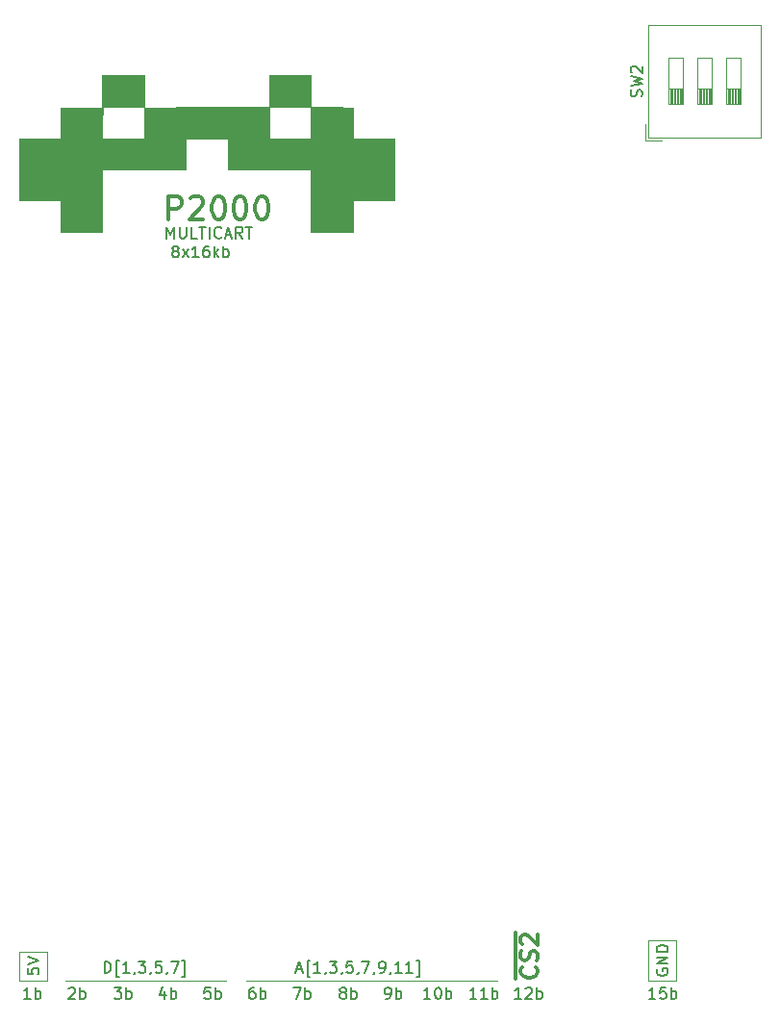
<source format=gbr>
G04 #@! TF.GenerationSoftware,KiCad,Pcbnew,8.0.2*
G04 #@! TF.CreationDate,2025-01-27T22:20:44+01:00*
G04 #@! TF.ProjectId,multicartridge-sst39sf010-topbutton,6d756c74-6963-4617-9274-72696467652d,rev?*
G04 #@! TF.SameCoordinates,Original*
G04 #@! TF.FileFunction,Legend,Top*
G04 #@! TF.FilePolarity,Positive*
%FSLAX46Y46*%
G04 Gerber Fmt 4.6, Leading zero omitted, Abs format (unit mm)*
G04 Created by KiCad (PCBNEW 8.0.2) date 2025-01-27 22:20:44*
%MOMM*%
%LPD*%
G01*
G04 APERTURE LIST*
%ADD10C,0.120000*%
%ADD11C,0.150000*%
%ADD12C,0.300000*%
%ADD13C,0.000000*%
%ADD14C,0.100000*%
%ADD15O,1.600000X1.600000*%
%ADD16R,1.600000X1.600000*%
%ADD17C,1.500000*%
%ADD18C,2.200000*%
%ADD19C,1.700000*%
%ADD20C,1.600000*%
%ADD21R,2.000000X10.000000*%
%ADD22R,1.422400X1.422400*%
%ADD23C,1.422400*%
G04 APERTURE END LIST*
D10*
X54214000Y-128905000D02*
X54214000Y-131445000D01*
X109586000Y-131445000D02*
X111999000Y-131445000D01*
X109586000Y-127889000D02*
X109586000Y-131445000D01*
X74153000Y-131445000D02*
X96251000Y-131445000D01*
X58278000Y-131445000D02*
X72375000Y-131445000D01*
X111999000Y-131445000D02*
X111999000Y-127889000D01*
X56627000Y-131445000D02*
X56627000Y-128905000D01*
X111999000Y-127889000D02*
X109586000Y-127889000D01*
X54214000Y-131445000D02*
X56627000Y-131445000D01*
X56627000Y-128905000D02*
X54214000Y-128905000D01*
D11*
X86464143Y-133042819D02*
X86654619Y-133042819D01*
X86654619Y-133042819D02*
X86749857Y-132995200D01*
X86749857Y-132995200D02*
X86797476Y-132947580D01*
X86797476Y-132947580D02*
X86892714Y-132804723D01*
X86892714Y-132804723D02*
X86940333Y-132614247D01*
X86940333Y-132614247D02*
X86940333Y-132233295D01*
X86940333Y-132233295D02*
X86892714Y-132138057D01*
X86892714Y-132138057D02*
X86845095Y-132090438D01*
X86845095Y-132090438D02*
X86749857Y-132042819D01*
X86749857Y-132042819D02*
X86559381Y-132042819D01*
X86559381Y-132042819D02*
X86464143Y-132090438D01*
X86464143Y-132090438D02*
X86416524Y-132138057D01*
X86416524Y-132138057D02*
X86368905Y-132233295D01*
X86368905Y-132233295D02*
X86368905Y-132471390D01*
X86368905Y-132471390D02*
X86416524Y-132566628D01*
X86416524Y-132566628D02*
X86464143Y-132614247D01*
X86464143Y-132614247D02*
X86559381Y-132661866D01*
X86559381Y-132661866D02*
X86749857Y-132661866D01*
X86749857Y-132661866D02*
X86845095Y-132614247D01*
X86845095Y-132614247D02*
X86892714Y-132566628D01*
X86892714Y-132566628D02*
X86940333Y-132471390D01*
X87368905Y-133042819D02*
X87368905Y-132042819D01*
X87368905Y-132423771D02*
X87464143Y-132376152D01*
X87464143Y-132376152D02*
X87654619Y-132376152D01*
X87654619Y-132376152D02*
X87749857Y-132423771D01*
X87749857Y-132423771D02*
X87797476Y-132471390D01*
X87797476Y-132471390D02*
X87845095Y-132566628D01*
X87845095Y-132566628D02*
X87845095Y-132852342D01*
X87845095Y-132852342D02*
X87797476Y-132947580D01*
X87797476Y-132947580D02*
X87749857Y-132995200D01*
X87749857Y-132995200D02*
X87654619Y-133042819D01*
X87654619Y-133042819D02*
X87464143Y-133042819D01*
X87464143Y-133042819D02*
X87368905Y-132995200D01*
X74907095Y-132042819D02*
X74716619Y-132042819D01*
X74716619Y-132042819D02*
X74621381Y-132090438D01*
X74621381Y-132090438D02*
X74573762Y-132138057D01*
X74573762Y-132138057D02*
X74478524Y-132280914D01*
X74478524Y-132280914D02*
X74430905Y-132471390D01*
X74430905Y-132471390D02*
X74430905Y-132852342D01*
X74430905Y-132852342D02*
X74478524Y-132947580D01*
X74478524Y-132947580D02*
X74526143Y-132995200D01*
X74526143Y-132995200D02*
X74621381Y-133042819D01*
X74621381Y-133042819D02*
X74811857Y-133042819D01*
X74811857Y-133042819D02*
X74907095Y-132995200D01*
X74907095Y-132995200D02*
X74954714Y-132947580D01*
X74954714Y-132947580D02*
X75002333Y-132852342D01*
X75002333Y-132852342D02*
X75002333Y-132614247D01*
X75002333Y-132614247D02*
X74954714Y-132519009D01*
X74954714Y-132519009D02*
X74907095Y-132471390D01*
X74907095Y-132471390D02*
X74811857Y-132423771D01*
X74811857Y-132423771D02*
X74621381Y-132423771D01*
X74621381Y-132423771D02*
X74526143Y-132471390D01*
X74526143Y-132471390D02*
X74478524Y-132519009D01*
X74478524Y-132519009D02*
X74430905Y-132614247D01*
X75430905Y-133042819D02*
X75430905Y-132042819D01*
X75430905Y-132423771D02*
X75526143Y-132376152D01*
X75526143Y-132376152D02*
X75716619Y-132376152D01*
X75716619Y-132376152D02*
X75811857Y-132423771D01*
X75811857Y-132423771D02*
X75859476Y-132471390D01*
X75859476Y-132471390D02*
X75907095Y-132566628D01*
X75907095Y-132566628D02*
X75907095Y-132852342D01*
X75907095Y-132852342D02*
X75859476Y-132947580D01*
X75859476Y-132947580D02*
X75811857Y-132995200D01*
X75811857Y-132995200D02*
X75716619Y-133042819D01*
X75716619Y-133042819D02*
X75526143Y-133042819D01*
X75526143Y-133042819D02*
X75430905Y-132995200D01*
X82622381Y-132471390D02*
X82527143Y-132423771D01*
X82527143Y-132423771D02*
X82479524Y-132376152D01*
X82479524Y-132376152D02*
X82431905Y-132280914D01*
X82431905Y-132280914D02*
X82431905Y-132233295D01*
X82431905Y-132233295D02*
X82479524Y-132138057D01*
X82479524Y-132138057D02*
X82527143Y-132090438D01*
X82527143Y-132090438D02*
X82622381Y-132042819D01*
X82622381Y-132042819D02*
X82812857Y-132042819D01*
X82812857Y-132042819D02*
X82908095Y-132090438D01*
X82908095Y-132090438D02*
X82955714Y-132138057D01*
X82955714Y-132138057D02*
X83003333Y-132233295D01*
X83003333Y-132233295D02*
X83003333Y-132280914D01*
X83003333Y-132280914D02*
X82955714Y-132376152D01*
X82955714Y-132376152D02*
X82908095Y-132423771D01*
X82908095Y-132423771D02*
X82812857Y-132471390D01*
X82812857Y-132471390D02*
X82622381Y-132471390D01*
X82622381Y-132471390D02*
X82527143Y-132519009D01*
X82527143Y-132519009D02*
X82479524Y-132566628D01*
X82479524Y-132566628D02*
X82431905Y-132661866D01*
X82431905Y-132661866D02*
X82431905Y-132852342D01*
X82431905Y-132852342D02*
X82479524Y-132947580D01*
X82479524Y-132947580D02*
X82527143Y-132995200D01*
X82527143Y-132995200D02*
X82622381Y-133042819D01*
X82622381Y-133042819D02*
X82812857Y-133042819D01*
X82812857Y-133042819D02*
X82908095Y-132995200D01*
X82908095Y-132995200D02*
X82955714Y-132947580D01*
X82955714Y-132947580D02*
X83003333Y-132852342D01*
X83003333Y-132852342D02*
X83003333Y-132661866D01*
X83003333Y-132661866D02*
X82955714Y-132566628D01*
X82955714Y-132566628D02*
X82908095Y-132519009D01*
X82908095Y-132519009D02*
X82812857Y-132471390D01*
X83431905Y-133042819D02*
X83431905Y-132042819D01*
X83431905Y-132423771D02*
X83527143Y-132376152D01*
X83527143Y-132376152D02*
X83717619Y-132376152D01*
X83717619Y-132376152D02*
X83812857Y-132423771D01*
X83812857Y-132423771D02*
X83860476Y-132471390D01*
X83860476Y-132471390D02*
X83908095Y-132566628D01*
X83908095Y-132566628D02*
X83908095Y-132852342D01*
X83908095Y-132852342D02*
X83860476Y-132947580D01*
X83860476Y-132947580D02*
X83812857Y-132995200D01*
X83812857Y-132995200D02*
X83717619Y-133042819D01*
X83717619Y-133042819D02*
X83527143Y-133042819D01*
X83527143Y-133042819D02*
X83431905Y-132995200D01*
X67033095Y-132376152D02*
X67033095Y-133042819D01*
X66795000Y-131995200D02*
X66556905Y-132709485D01*
X66556905Y-132709485D02*
X67175952Y-132709485D01*
X67556905Y-133042819D02*
X67556905Y-132042819D01*
X67556905Y-132423771D02*
X67652143Y-132376152D01*
X67652143Y-132376152D02*
X67842619Y-132376152D01*
X67842619Y-132376152D02*
X67937857Y-132423771D01*
X67937857Y-132423771D02*
X67985476Y-132471390D01*
X67985476Y-132471390D02*
X68033095Y-132566628D01*
X68033095Y-132566628D02*
X68033095Y-132852342D01*
X68033095Y-132852342D02*
X67985476Y-132947580D01*
X67985476Y-132947580D02*
X67937857Y-132995200D01*
X67937857Y-132995200D02*
X67842619Y-133042819D01*
X67842619Y-133042819D02*
X67652143Y-133042819D01*
X67652143Y-133042819D02*
X67556905Y-132995200D01*
X55190333Y-133042819D02*
X54618905Y-133042819D01*
X54904619Y-133042819D02*
X54904619Y-132042819D01*
X54904619Y-132042819D02*
X54809381Y-132185676D01*
X54809381Y-132185676D02*
X54714143Y-132280914D01*
X54714143Y-132280914D02*
X54618905Y-132328533D01*
X55618905Y-133042819D02*
X55618905Y-132042819D01*
X55618905Y-132423771D02*
X55714143Y-132376152D01*
X55714143Y-132376152D02*
X55904619Y-132376152D01*
X55904619Y-132376152D02*
X55999857Y-132423771D01*
X55999857Y-132423771D02*
X56047476Y-132471390D01*
X56047476Y-132471390D02*
X56095095Y-132566628D01*
X56095095Y-132566628D02*
X56095095Y-132852342D01*
X56095095Y-132852342D02*
X56047476Y-132947580D01*
X56047476Y-132947580D02*
X55999857Y-132995200D01*
X55999857Y-132995200D02*
X55904619Y-133042819D01*
X55904619Y-133042819D02*
X55714143Y-133042819D01*
X55714143Y-133042819D02*
X55618905Y-132995200D01*
X58555905Y-132138057D02*
X58603524Y-132090438D01*
X58603524Y-132090438D02*
X58698762Y-132042819D01*
X58698762Y-132042819D02*
X58936857Y-132042819D01*
X58936857Y-132042819D02*
X59032095Y-132090438D01*
X59032095Y-132090438D02*
X59079714Y-132138057D01*
X59079714Y-132138057D02*
X59127333Y-132233295D01*
X59127333Y-132233295D02*
X59127333Y-132328533D01*
X59127333Y-132328533D02*
X59079714Y-132471390D01*
X59079714Y-132471390D02*
X58508286Y-133042819D01*
X58508286Y-133042819D02*
X59127333Y-133042819D01*
X59555905Y-133042819D02*
X59555905Y-132042819D01*
X59555905Y-132423771D02*
X59651143Y-132376152D01*
X59651143Y-132376152D02*
X59841619Y-132376152D01*
X59841619Y-132376152D02*
X59936857Y-132423771D01*
X59936857Y-132423771D02*
X59984476Y-132471390D01*
X59984476Y-132471390D02*
X60032095Y-132566628D01*
X60032095Y-132566628D02*
X60032095Y-132852342D01*
X60032095Y-132852342D02*
X59984476Y-132947580D01*
X59984476Y-132947580D02*
X59936857Y-132995200D01*
X59936857Y-132995200D02*
X59841619Y-133042819D01*
X59841619Y-133042819D02*
X59651143Y-133042819D01*
X59651143Y-133042819D02*
X59555905Y-132995200D01*
X71017714Y-132042819D02*
X70541524Y-132042819D01*
X70541524Y-132042819D02*
X70493905Y-132519009D01*
X70493905Y-132519009D02*
X70541524Y-132471390D01*
X70541524Y-132471390D02*
X70636762Y-132423771D01*
X70636762Y-132423771D02*
X70874857Y-132423771D01*
X70874857Y-132423771D02*
X70970095Y-132471390D01*
X70970095Y-132471390D02*
X71017714Y-132519009D01*
X71017714Y-132519009D02*
X71065333Y-132614247D01*
X71065333Y-132614247D02*
X71065333Y-132852342D01*
X71065333Y-132852342D02*
X71017714Y-132947580D01*
X71017714Y-132947580D02*
X70970095Y-132995200D01*
X70970095Y-132995200D02*
X70874857Y-133042819D01*
X70874857Y-133042819D02*
X70636762Y-133042819D01*
X70636762Y-133042819D02*
X70541524Y-132995200D01*
X70541524Y-132995200D02*
X70493905Y-132947580D01*
X71493905Y-133042819D02*
X71493905Y-132042819D01*
X71493905Y-132423771D02*
X71589143Y-132376152D01*
X71589143Y-132376152D02*
X71779619Y-132376152D01*
X71779619Y-132376152D02*
X71874857Y-132423771D01*
X71874857Y-132423771D02*
X71922476Y-132471390D01*
X71922476Y-132471390D02*
X71970095Y-132566628D01*
X71970095Y-132566628D02*
X71970095Y-132852342D01*
X71970095Y-132852342D02*
X71922476Y-132947580D01*
X71922476Y-132947580D02*
X71874857Y-132995200D01*
X71874857Y-132995200D02*
X71779619Y-133042819D01*
X71779619Y-133042819D02*
X71589143Y-133042819D01*
X71589143Y-133042819D02*
X71493905Y-132995200D01*
X78320286Y-132042819D02*
X78986952Y-132042819D01*
X78986952Y-132042819D02*
X78558381Y-133042819D01*
X79367905Y-133042819D02*
X79367905Y-132042819D01*
X79367905Y-132423771D02*
X79463143Y-132376152D01*
X79463143Y-132376152D02*
X79653619Y-132376152D01*
X79653619Y-132376152D02*
X79748857Y-132423771D01*
X79748857Y-132423771D02*
X79796476Y-132471390D01*
X79796476Y-132471390D02*
X79844095Y-132566628D01*
X79844095Y-132566628D02*
X79844095Y-132852342D01*
X79844095Y-132852342D02*
X79796476Y-132947580D01*
X79796476Y-132947580D02*
X79748857Y-132995200D01*
X79748857Y-132995200D02*
X79653619Y-133042819D01*
X79653619Y-133042819D02*
X79463143Y-133042819D01*
X79463143Y-133042819D02*
X79367905Y-132995200D01*
X94465142Y-133042819D02*
X93893714Y-133042819D01*
X94179428Y-133042819D02*
X94179428Y-132042819D01*
X94179428Y-132042819D02*
X94084190Y-132185676D01*
X94084190Y-132185676D02*
X93988952Y-132280914D01*
X93988952Y-132280914D02*
X93893714Y-132328533D01*
X95417523Y-133042819D02*
X94846095Y-133042819D01*
X95131809Y-133042819D02*
X95131809Y-132042819D01*
X95131809Y-132042819D02*
X95036571Y-132185676D01*
X95036571Y-132185676D02*
X94941333Y-132280914D01*
X94941333Y-132280914D02*
X94846095Y-132328533D01*
X95846095Y-133042819D02*
X95846095Y-132042819D01*
X95846095Y-132423771D02*
X95941333Y-132376152D01*
X95941333Y-132376152D02*
X96131809Y-132376152D01*
X96131809Y-132376152D02*
X96227047Y-132423771D01*
X96227047Y-132423771D02*
X96274666Y-132471390D01*
X96274666Y-132471390D02*
X96322285Y-132566628D01*
X96322285Y-132566628D02*
X96322285Y-132852342D01*
X96322285Y-132852342D02*
X96274666Y-132947580D01*
X96274666Y-132947580D02*
X96227047Y-132995200D01*
X96227047Y-132995200D02*
X96131809Y-133042819D01*
X96131809Y-133042819D02*
X95941333Y-133042819D01*
X95941333Y-133042819D02*
X95846095Y-132995200D01*
X98402142Y-133042819D02*
X97830714Y-133042819D01*
X98116428Y-133042819D02*
X98116428Y-132042819D01*
X98116428Y-132042819D02*
X98021190Y-132185676D01*
X98021190Y-132185676D02*
X97925952Y-132280914D01*
X97925952Y-132280914D02*
X97830714Y-132328533D01*
X98783095Y-132138057D02*
X98830714Y-132090438D01*
X98830714Y-132090438D02*
X98925952Y-132042819D01*
X98925952Y-132042819D02*
X99164047Y-132042819D01*
X99164047Y-132042819D02*
X99259285Y-132090438D01*
X99259285Y-132090438D02*
X99306904Y-132138057D01*
X99306904Y-132138057D02*
X99354523Y-132233295D01*
X99354523Y-132233295D02*
X99354523Y-132328533D01*
X99354523Y-132328533D02*
X99306904Y-132471390D01*
X99306904Y-132471390D02*
X98735476Y-133042819D01*
X98735476Y-133042819D02*
X99354523Y-133042819D01*
X99783095Y-133042819D02*
X99783095Y-132042819D01*
X99783095Y-132423771D02*
X99878333Y-132376152D01*
X99878333Y-132376152D02*
X100068809Y-132376152D01*
X100068809Y-132376152D02*
X100164047Y-132423771D01*
X100164047Y-132423771D02*
X100211666Y-132471390D01*
X100211666Y-132471390D02*
X100259285Y-132566628D01*
X100259285Y-132566628D02*
X100259285Y-132852342D01*
X100259285Y-132852342D02*
X100211666Y-132947580D01*
X100211666Y-132947580D02*
X100164047Y-132995200D01*
X100164047Y-132995200D02*
X100068809Y-133042819D01*
X100068809Y-133042819D02*
X99878333Y-133042819D01*
X99878333Y-133042819D02*
X99783095Y-132995200D01*
X110213142Y-133042819D02*
X109641714Y-133042819D01*
X109927428Y-133042819D02*
X109927428Y-132042819D01*
X109927428Y-132042819D02*
X109832190Y-132185676D01*
X109832190Y-132185676D02*
X109736952Y-132280914D01*
X109736952Y-132280914D02*
X109641714Y-132328533D01*
X111117904Y-132042819D02*
X110641714Y-132042819D01*
X110641714Y-132042819D02*
X110594095Y-132519009D01*
X110594095Y-132519009D02*
X110641714Y-132471390D01*
X110641714Y-132471390D02*
X110736952Y-132423771D01*
X110736952Y-132423771D02*
X110975047Y-132423771D01*
X110975047Y-132423771D02*
X111070285Y-132471390D01*
X111070285Y-132471390D02*
X111117904Y-132519009D01*
X111117904Y-132519009D02*
X111165523Y-132614247D01*
X111165523Y-132614247D02*
X111165523Y-132852342D01*
X111165523Y-132852342D02*
X111117904Y-132947580D01*
X111117904Y-132947580D02*
X111070285Y-132995200D01*
X111070285Y-132995200D02*
X110975047Y-133042819D01*
X110975047Y-133042819D02*
X110736952Y-133042819D01*
X110736952Y-133042819D02*
X110641714Y-132995200D01*
X110641714Y-132995200D02*
X110594095Y-132947580D01*
X111594095Y-133042819D02*
X111594095Y-132042819D01*
X111594095Y-132423771D02*
X111689333Y-132376152D01*
X111689333Y-132376152D02*
X111879809Y-132376152D01*
X111879809Y-132376152D02*
X111975047Y-132423771D01*
X111975047Y-132423771D02*
X112022666Y-132471390D01*
X112022666Y-132471390D02*
X112070285Y-132566628D01*
X112070285Y-132566628D02*
X112070285Y-132852342D01*
X112070285Y-132852342D02*
X112022666Y-132947580D01*
X112022666Y-132947580D02*
X111975047Y-132995200D01*
X111975047Y-132995200D02*
X111879809Y-133042819D01*
X111879809Y-133042819D02*
X111689333Y-133042819D01*
X111689333Y-133042819D02*
X111594095Y-132995200D01*
X62572286Y-132042819D02*
X63191333Y-132042819D01*
X63191333Y-132042819D02*
X62858000Y-132423771D01*
X62858000Y-132423771D02*
X63000857Y-132423771D01*
X63000857Y-132423771D02*
X63096095Y-132471390D01*
X63096095Y-132471390D02*
X63143714Y-132519009D01*
X63143714Y-132519009D02*
X63191333Y-132614247D01*
X63191333Y-132614247D02*
X63191333Y-132852342D01*
X63191333Y-132852342D02*
X63143714Y-132947580D01*
X63143714Y-132947580D02*
X63096095Y-132995200D01*
X63096095Y-132995200D02*
X63000857Y-133042819D01*
X63000857Y-133042819D02*
X62715143Y-133042819D01*
X62715143Y-133042819D02*
X62619905Y-132995200D01*
X62619905Y-132995200D02*
X62572286Y-132947580D01*
X63619905Y-133042819D02*
X63619905Y-132042819D01*
X63619905Y-132423771D02*
X63715143Y-132376152D01*
X63715143Y-132376152D02*
X63905619Y-132376152D01*
X63905619Y-132376152D02*
X64000857Y-132423771D01*
X64000857Y-132423771D02*
X64048476Y-132471390D01*
X64048476Y-132471390D02*
X64096095Y-132566628D01*
X64096095Y-132566628D02*
X64096095Y-132852342D01*
X64096095Y-132852342D02*
X64048476Y-132947580D01*
X64048476Y-132947580D02*
X64000857Y-132995200D01*
X64000857Y-132995200D02*
X63905619Y-133042819D01*
X63905619Y-133042819D02*
X63715143Y-133042819D01*
X63715143Y-133042819D02*
X63619905Y-132995200D01*
X90401142Y-133042819D02*
X89829714Y-133042819D01*
X90115428Y-133042819D02*
X90115428Y-132042819D01*
X90115428Y-132042819D02*
X90020190Y-132185676D01*
X90020190Y-132185676D02*
X89924952Y-132280914D01*
X89924952Y-132280914D02*
X89829714Y-132328533D01*
X91020190Y-132042819D02*
X91115428Y-132042819D01*
X91115428Y-132042819D02*
X91210666Y-132090438D01*
X91210666Y-132090438D02*
X91258285Y-132138057D01*
X91258285Y-132138057D02*
X91305904Y-132233295D01*
X91305904Y-132233295D02*
X91353523Y-132423771D01*
X91353523Y-132423771D02*
X91353523Y-132661866D01*
X91353523Y-132661866D02*
X91305904Y-132852342D01*
X91305904Y-132852342D02*
X91258285Y-132947580D01*
X91258285Y-132947580D02*
X91210666Y-132995200D01*
X91210666Y-132995200D02*
X91115428Y-133042819D01*
X91115428Y-133042819D02*
X91020190Y-133042819D01*
X91020190Y-133042819D02*
X90924952Y-132995200D01*
X90924952Y-132995200D02*
X90877333Y-132947580D01*
X90877333Y-132947580D02*
X90829714Y-132852342D01*
X90829714Y-132852342D02*
X90782095Y-132661866D01*
X90782095Y-132661866D02*
X90782095Y-132423771D01*
X90782095Y-132423771D02*
X90829714Y-132233295D01*
X90829714Y-132233295D02*
X90877333Y-132138057D01*
X90877333Y-132138057D02*
X90924952Y-132090438D01*
X90924952Y-132090438D02*
X91020190Y-132042819D01*
X91782095Y-133042819D02*
X91782095Y-132042819D01*
X91782095Y-132423771D02*
X91877333Y-132376152D01*
X91877333Y-132376152D02*
X92067809Y-132376152D01*
X92067809Y-132376152D02*
X92163047Y-132423771D01*
X92163047Y-132423771D02*
X92210666Y-132471390D01*
X92210666Y-132471390D02*
X92258285Y-132566628D01*
X92258285Y-132566628D02*
X92258285Y-132852342D01*
X92258285Y-132852342D02*
X92210666Y-132947580D01*
X92210666Y-132947580D02*
X92163047Y-132995200D01*
X92163047Y-132995200D02*
X92067809Y-133042819D01*
X92067809Y-133042819D02*
X91877333Y-133042819D01*
X91877333Y-133042819D02*
X91782095Y-132995200D01*
X110358438Y-130428904D02*
X110310819Y-130524142D01*
X110310819Y-130524142D02*
X110310819Y-130666999D01*
X110310819Y-130666999D02*
X110358438Y-130809856D01*
X110358438Y-130809856D02*
X110453676Y-130905094D01*
X110453676Y-130905094D02*
X110548914Y-130952713D01*
X110548914Y-130952713D02*
X110739390Y-131000332D01*
X110739390Y-131000332D02*
X110882247Y-131000332D01*
X110882247Y-131000332D02*
X111072723Y-130952713D01*
X111072723Y-130952713D02*
X111167961Y-130905094D01*
X111167961Y-130905094D02*
X111263200Y-130809856D01*
X111263200Y-130809856D02*
X111310819Y-130666999D01*
X111310819Y-130666999D02*
X111310819Y-130571761D01*
X111310819Y-130571761D02*
X111263200Y-130428904D01*
X111263200Y-130428904D02*
X111215580Y-130381285D01*
X111215580Y-130381285D02*
X110882247Y-130381285D01*
X110882247Y-130381285D02*
X110882247Y-130571761D01*
X111310819Y-129952713D02*
X110310819Y-129952713D01*
X110310819Y-129952713D02*
X111310819Y-129381285D01*
X111310819Y-129381285D02*
X110310819Y-129381285D01*
X111310819Y-128905094D02*
X110310819Y-128905094D01*
X110310819Y-128905094D02*
X110310819Y-128666999D01*
X110310819Y-128666999D02*
X110358438Y-128524142D01*
X110358438Y-128524142D02*
X110453676Y-128428904D01*
X110453676Y-128428904D02*
X110548914Y-128381285D01*
X110548914Y-128381285D02*
X110739390Y-128333666D01*
X110739390Y-128333666D02*
X110882247Y-128333666D01*
X110882247Y-128333666D02*
X111072723Y-128381285D01*
X111072723Y-128381285D02*
X111167961Y-128428904D01*
X111167961Y-128428904D02*
X111263200Y-128524142D01*
X111263200Y-128524142D02*
X111310819Y-128666999D01*
X111310819Y-128666999D02*
X111310819Y-128905094D01*
X67193324Y-66139219D02*
X67193324Y-65139219D01*
X67193324Y-65139219D02*
X67526657Y-65853504D01*
X67526657Y-65853504D02*
X67859990Y-65139219D01*
X67859990Y-65139219D02*
X67859990Y-66139219D01*
X68336181Y-65139219D02*
X68336181Y-65948742D01*
X68336181Y-65948742D02*
X68383800Y-66043980D01*
X68383800Y-66043980D02*
X68431419Y-66091600D01*
X68431419Y-66091600D02*
X68526657Y-66139219D01*
X68526657Y-66139219D02*
X68717133Y-66139219D01*
X68717133Y-66139219D02*
X68812371Y-66091600D01*
X68812371Y-66091600D02*
X68859990Y-66043980D01*
X68859990Y-66043980D02*
X68907609Y-65948742D01*
X68907609Y-65948742D02*
X68907609Y-65139219D01*
X69859990Y-66139219D02*
X69383800Y-66139219D01*
X69383800Y-66139219D02*
X69383800Y-65139219D01*
X70050467Y-65139219D02*
X70621895Y-65139219D01*
X70336181Y-66139219D02*
X70336181Y-65139219D01*
X70955229Y-66139219D02*
X70955229Y-65139219D01*
X72002847Y-66043980D02*
X71955228Y-66091600D01*
X71955228Y-66091600D02*
X71812371Y-66139219D01*
X71812371Y-66139219D02*
X71717133Y-66139219D01*
X71717133Y-66139219D02*
X71574276Y-66091600D01*
X71574276Y-66091600D02*
X71479038Y-65996361D01*
X71479038Y-65996361D02*
X71431419Y-65901123D01*
X71431419Y-65901123D02*
X71383800Y-65710647D01*
X71383800Y-65710647D02*
X71383800Y-65567790D01*
X71383800Y-65567790D02*
X71431419Y-65377314D01*
X71431419Y-65377314D02*
X71479038Y-65282076D01*
X71479038Y-65282076D02*
X71574276Y-65186838D01*
X71574276Y-65186838D02*
X71717133Y-65139219D01*
X71717133Y-65139219D02*
X71812371Y-65139219D01*
X71812371Y-65139219D02*
X71955228Y-65186838D01*
X71955228Y-65186838D02*
X72002847Y-65234457D01*
X72383800Y-65853504D02*
X72859990Y-65853504D01*
X72288562Y-66139219D02*
X72621895Y-65139219D01*
X72621895Y-65139219D02*
X72955228Y-66139219D01*
X73859990Y-66139219D02*
X73526657Y-65663028D01*
X73288562Y-66139219D02*
X73288562Y-65139219D01*
X73288562Y-65139219D02*
X73669514Y-65139219D01*
X73669514Y-65139219D02*
X73764752Y-65186838D01*
X73764752Y-65186838D02*
X73812371Y-65234457D01*
X73812371Y-65234457D02*
X73859990Y-65329695D01*
X73859990Y-65329695D02*
X73859990Y-65472552D01*
X73859990Y-65472552D02*
X73812371Y-65567790D01*
X73812371Y-65567790D02*
X73764752Y-65615409D01*
X73764752Y-65615409D02*
X73669514Y-65663028D01*
X73669514Y-65663028D02*
X73288562Y-65663028D01*
X74145705Y-65139219D02*
X74717133Y-65139219D01*
X74431419Y-66139219D02*
X74431419Y-65139219D01*
D12*
X67373158Y-64469038D02*
X67373158Y-62469038D01*
X67373158Y-62469038D02*
X68135063Y-62469038D01*
X68135063Y-62469038D02*
X68325539Y-62564276D01*
X68325539Y-62564276D02*
X68420777Y-62659514D01*
X68420777Y-62659514D02*
X68516015Y-62849990D01*
X68516015Y-62849990D02*
X68516015Y-63135704D01*
X68516015Y-63135704D02*
X68420777Y-63326180D01*
X68420777Y-63326180D02*
X68325539Y-63421419D01*
X68325539Y-63421419D02*
X68135063Y-63516657D01*
X68135063Y-63516657D02*
X67373158Y-63516657D01*
X69277920Y-62659514D02*
X69373158Y-62564276D01*
X69373158Y-62564276D02*
X69563634Y-62469038D01*
X69563634Y-62469038D02*
X70039825Y-62469038D01*
X70039825Y-62469038D02*
X70230301Y-62564276D01*
X70230301Y-62564276D02*
X70325539Y-62659514D01*
X70325539Y-62659514D02*
X70420777Y-62849990D01*
X70420777Y-62849990D02*
X70420777Y-63040466D01*
X70420777Y-63040466D02*
X70325539Y-63326180D01*
X70325539Y-63326180D02*
X69182682Y-64469038D01*
X69182682Y-64469038D02*
X70420777Y-64469038D01*
X71658872Y-62469038D02*
X71849349Y-62469038D01*
X71849349Y-62469038D02*
X72039825Y-62564276D01*
X72039825Y-62564276D02*
X72135063Y-62659514D01*
X72135063Y-62659514D02*
X72230301Y-62849990D01*
X72230301Y-62849990D02*
X72325539Y-63230942D01*
X72325539Y-63230942D02*
X72325539Y-63707133D01*
X72325539Y-63707133D02*
X72230301Y-64088085D01*
X72230301Y-64088085D02*
X72135063Y-64278561D01*
X72135063Y-64278561D02*
X72039825Y-64373800D01*
X72039825Y-64373800D02*
X71849349Y-64469038D01*
X71849349Y-64469038D02*
X71658872Y-64469038D01*
X71658872Y-64469038D02*
X71468396Y-64373800D01*
X71468396Y-64373800D02*
X71373158Y-64278561D01*
X71373158Y-64278561D02*
X71277920Y-64088085D01*
X71277920Y-64088085D02*
X71182682Y-63707133D01*
X71182682Y-63707133D02*
X71182682Y-63230942D01*
X71182682Y-63230942D02*
X71277920Y-62849990D01*
X71277920Y-62849990D02*
X71373158Y-62659514D01*
X71373158Y-62659514D02*
X71468396Y-62564276D01*
X71468396Y-62564276D02*
X71658872Y-62469038D01*
X73563634Y-62469038D02*
X73754111Y-62469038D01*
X73754111Y-62469038D02*
X73944587Y-62564276D01*
X73944587Y-62564276D02*
X74039825Y-62659514D01*
X74039825Y-62659514D02*
X74135063Y-62849990D01*
X74135063Y-62849990D02*
X74230301Y-63230942D01*
X74230301Y-63230942D02*
X74230301Y-63707133D01*
X74230301Y-63707133D02*
X74135063Y-64088085D01*
X74135063Y-64088085D02*
X74039825Y-64278561D01*
X74039825Y-64278561D02*
X73944587Y-64373800D01*
X73944587Y-64373800D02*
X73754111Y-64469038D01*
X73754111Y-64469038D02*
X73563634Y-64469038D01*
X73563634Y-64469038D02*
X73373158Y-64373800D01*
X73373158Y-64373800D02*
X73277920Y-64278561D01*
X73277920Y-64278561D02*
X73182682Y-64088085D01*
X73182682Y-64088085D02*
X73087444Y-63707133D01*
X73087444Y-63707133D02*
X73087444Y-63230942D01*
X73087444Y-63230942D02*
X73182682Y-62849990D01*
X73182682Y-62849990D02*
X73277920Y-62659514D01*
X73277920Y-62659514D02*
X73373158Y-62564276D01*
X73373158Y-62564276D02*
X73563634Y-62469038D01*
X75468396Y-62469038D02*
X75658873Y-62469038D01*
X75658873Y-62469038D02*
X75849349Y-62564276D01*
X75849349Y-62564276D02*
X75944587Y-62659514D01*
X75944587Y-62659514D02*
X76039825Y-62849990D01*
X76039825Y-62849990D02*
X76135063Y-63230942D01*
X76135063Y-63230942D02*
X76135063Y-63707133D01*
X76135063Y-63707133D02*
X76039825Y-64088085D01*
X76039825Y-64088085D02*
X75944587Y-64278561D01*
X75944587Y-64278561D02*
X75849349Y-64373800D01*
X75849349Y-64373800D02*
X75658873Y-64469038D01*
X75658873Y-64469038D02*
X75468396Y-64469038D01*
X75468396Y-64469038D02*
X75277920Y-64373800D01*
X75277920Y-64373800D02*
X75182682Y-64278561D01*
X75182682Y-64278561D02*
X75087444Y-64088085D01*
X75087444Y-64088085D02*
X74992206Y-63707133D01*
X74992206Y-63707133D02*
X74992206Y-63230942D01*
X74992206Y-63230942D02*
X75087444Y-62849990D01*
X75087444Y-62849990D02*
X75182682Y-62659514D01*
X75182682Y-62659514D02*
X75277920Y-62564276D01*
X75277920Y-62564276D02*
X75468396Y-62469038D01*
D11*
X67863076Y-67244190D02*
X67767838Y-67196571D01*
X67767838Y-67196571D02*
X67720219Y-67148952D01*
X67720219Y-67148952D02*
X67672600Y-67053714D01*
X67672600Y-67053714D02*
X67672600Y-67006095D01*
X67672600Y-67006095D02*
X67720219Y-66910857D01*
X67720219Y-66910857D02*
X67767838Y-66863238D01*
X67767838Y-66863238D02*
X67863076Y-66815619D01*
X67863076Y-66815619D02*
X68053552Y-66815619D01*
X68053552Y-66815619D02*
X68148790Y-66863238D01*
X68148790Y-66863238D02*
X68196409Y-66910857D01*
X68196409Y-66910857D02*
X68244028Y-67006095D01*
X68244028Y-67006095D02*
X68244028Y-67053714D01*
X68244028Y-67053714D02*
X68196409Y-67148952D01*
X68196409Y-67148952D02*
X68148790Y-67196571D01*
X68148790Y-67196571D02*
X68053552Y-67244190D01*
X68053552Y-67244190D02*
X67863076Y-67244190D01*
X67863076Y-67244190D02*
X67767838Y-67291809D01*
X67767838Y-67291809D02*
X67720219Y-67339428D01*
X67720219Y-67339428D02*
X67672600Y-67434666D01*
X67672600Y-67434666D02*
X67672600Y-67625142D01*
X67672600Y-67625142D02*
X67720219Y-67720380D01*
X67720219Y-67720380D02*
X67767838Y-67768000D01*
X67767838Y-67768000D02*
X67863076Y-67815619D01*
X67863076Y-67815619D02*
X68053552Y-67815619D01*
X68053552Y-67815619D02*
X68148790Y-67768000D01*
X68148790Y-67768000D02*
X68196409Y-67720380D01*
X68196409Y-67720380D02*
X68244028Y-67625142D01*
X68244028Y-67625142D02*
X68244028Y-67434666D01*
X68244028Y-67434666D02*
X68196409Y-67339428D01*
X68196409Y-67339428D02*
X68148790Y-67291809D01*
X68148790Y-67291809D02*
X68053552Y-67244190D01*
X68577362Y-67815619D02*
X69101171Y-67148952D01*
X68577362Y-67148952D02*
X69101171Y-67815619D01*
X70005933Y-67815619D02*
X69434505Y-67815619D01*
X69720219Y-67815619D02*
X69720219Y-66815619D01*
X69720219Y-66815619D02*
X69624981Y-66958476D01*
X69624981Y-66958476D02*
X69529743Y-67053714D01*
X69529743Y-67053714D02*
X69434505Y-67101333D01*
X70863076Y-66815619D02*
X70672600Y-66815619D01*
X70672600Y-66815619D02*
X70577362Y-66863238D01*
X70577362Y-66863238D02*
X70529743Y-66910857D01*
X70529743Y-66910857D02*
X70434505Y-67053714D01*
X70434505Y-67053714D02*
X70386886Y-67244190D01*
X70386886Y-67244190D02*
X70386886Y-67625142D01*
X70386886Y-67625142D02*
X70434505Y-67720380D01*
X70434505Y-67720380D02*
X70482124Y-67768000D01*
X70482124Y-67768000D02*
X70577362Y-67815619D01*
X70577362Y-67815619D02*
X70767838Y-67815619D01*
X70767838Y-67815619D02*
X70863076Y-67768000D01*
X70863076Y-67768000D02*
X70910695Y-67720380D01*
X70910695Y-67720380D02*
X70958314Y-67625142D01*
X70958314Y-67625142D02*
X70958314Y-67387047D01*
X70958314Y-67387047D02*
X70910695Y-67291809D01*
X70910695Y-67291809D02*
X70863076Y-67244190D01*
X70863076Y-67244190D02*
X70767838Y-67196571D01*
X70767838Y-67196571D02*
X70577362Y-67196571D01*
X70577362Y-67196571D02*
X70482124Y-67244190D01*
X70482124Y-67244190D02*
X70434505Y-67291809D01*
X70434505Y-67291809D02*
X70386886Y-67387047D01*
X71386886Y-67815619D02*
X71386886Y-66815619D01*
X71482124Y-67434666D02*
X71767838Y-67815619D01*
X71767838Y-67148952D02*
X71386886Y-67529904D01*
X72196410Y-67815619D02*
X72196410Y-66815619D01*
X72196410Y-67196571D02*
X72291648Y-67148952D01*
X72291648Y-67148952D02*
X72482124Y-67148952D01*
X72482124Y-67148952D02*
X72577362Y-67196571D01*
X72577362Y-67196571D02*
X72624981Y-67244190D01*
X72624981Y-67244190D02*
X72672600Y-67339428D01*
X72672600Y-67339428D02*
X72672600Y-67625142D01*
X72672600Y-67625142D02*
X72624981Y-67720380D01*
X72624981Y-67720380D02*
X72577362Y-67768000D01*
X72577362Y-67768000D02*
X72482124Y-67815619D01*
X72482124Y-67815619D02*
X72291648Y-67815619D01*
X72291648Y-67815619D02*
X72196410Y-67768000D01*
X78630429Y-130471104D02*
X79106619Y-130471104D01*
X78535191Y-130756819D02*
X78868524Y-129756819D01*
X78868524Y-129756819D02*
X79201857Y-130756819D01*
X79820905Y-131090152D02*
X79582810Y-131090152D01*
X79582810Y-131090152D02*
X79582810Y-129661580D01*
X79582810Y-129661580D02*
X79820905Y-129661580D01*
X80725667Y-130756819D02*
X80154239Y-130756819D01*
X80439953Y-130756819D02*
X80439953Y-129756819D01*
X80439953Y-129756819D02*
X80344715Y-129899676D01*
X80344715Y-129899676D02*
X80249477Y-129994914D01*
X80249477Y-129994914D02*
X80154239Y-130042533D01*
X81201858Y-130709200D02*
X81201858Y-130756819D01*
X81201858Y-130756819D02*
X81154239Y-130852057D01*
X81154239Y-130852057D02*
X81106620Y-130899676D01*
X81535191Y-129756819D02*
X82154238Y-129756819D01*
X82154238Y-129756819D02*
X81820905Y-130137771D01*
X81820905Y-130137771D02*
X81963762Y-130137771D01*
X81963762Y-130137771D02*
X82059000Y-130185390D01*
X82059000Y-130185390D02*
X82106619Y-130233009D01*
X82106619Y-130233009D02*
X82154238Y-130328247D01*
X82154238Y-130328247D02*
X82154238Y-130566342D01*
X82154238Y-130566342D02*
X82106619Y-130661580D01*
X82106619Y-130661580D02*
X82059000Y-130709200D01*
X82059000Y-130709200D02*
X81963762Y-130756819D01*
X81963762Y-130756819D02*
X81678048Y-130756819D01*
X81678048Y-130756819D02*
X81582810Y-130709200D01*
X81582810Y-130709200D02*
X81535191Y-130661580D01*
X82630429Y-130709200D02*
X82630429Y-130756819D01*
X82630429Y-130756819D02*
X82582810Y-130852057D01*
X82582810Y-130852057D02*
X82535191Y-130899676D01*
X83535190Y-129756819D02*
X83059000Y-129756819D01*
X83059000Y-129756819D02*
X83011381Y-130233009D01*
X83011381Y-130233009D02*
X83059000Y-130185390D01*
X83059000Y-130185390D02*
X83154238Y-130137771D01*
X83154238Y-130137771D02*
X83392333Y-130137771D01*
X83392333Y-130137771D02*
X83487571Y-130185390D01*
X83487571Y-130185390D02*
X83535190Y-130233009D01*
X83535190Y-130233009D02*
X83582809Y-130328247D01*
X83582809Y-130328247D02*
X83582809Y-130566342D01*
X83582809Y-130566342D02*
X83535190Y-130661580D01*
X83535190Y-130661580D02*
X83487571Y-130709200D01*
X83487571Y-130709200D02*
X83392333Y-130756819D01*
X83392333Y-130756819D02*
X83154238Y-130756819D01*
X83154238Y-130756819D02*
X83059000Y-130709200D01*
X83059000Y-130709200D02*
X83011381Y-130661580D01*
X84059000Y-130709200D02*
X84059000Y-130756819D01*
X84059000Y-130756819D02*
X84011381Y-130852057D01*
X84011381Y-130852057D02*
X83963762Y-130899676D01*
X84392333Y-129756819D02*
X85058999Y-129756819D01*
X85058999Y-129756819D02*
X84630428Y-130756819D01*
X85487571Y-130709200D02*
X85487571Y-130756819D01*
X85487571Y-130756819D02*
X85439952Y-130852057D01*
X85439952Y-130852057D02*
X85392333Y-130899676D01*
X85963761Y-130756819D02*
X86154237Y-130756819D01*
X86154237Y-130756819D02*
X86249475Y-130709200D01*
X86249475Y-130709200D02*
X86297094Y-130661580D01*
X86297094Y-130661580D02*
X86392332Y-130518723D01*
X86392332Y-130518723D02*
X86439951Y-130328247D01*
X86439951Y-130328247D02*
X86439951Y-129947295D01*
X86439951Y-129947295D02*
X86392332Y-129852057D01*
X86392332Y-129852057D02*
X86344713Y-129804438D01*
X86344713Y-129804438D02*
X86249475Y-129756819D01*
X86249475Y-129756819D02*
X86058999Y-129756819D01*
X86058999Y-129756819D02*
X85963761Y-129804438D01*
X85963761Y-129804438D02*
X85916142Y-129852057D01*
X85916142Y-129852057D02*
X85868523Y-129947295D01*
X85868523Y-129947295D02*
X85868523Y-130185390D01*
X85868523Y-130185390D02*
X85916142Y-130280628D01*
X85916142Y-130280628D02*
X85963761Y-130328247D01*
X85963761Y-130328247D02*
X86058999Y-130375866D01*
X86058999Y-130375866D02*
X86249475Y-130375866D01*
X86249475Y-130375866D02*
X86344713Y-130328247D01*
X86344713Y-130328247D02*
X86392332Y-130280628D01*
X86392332Y-130280628D02*
X86439951Y-130185390D01*
X86916142Y-130709200D02*
X86916142Y-130756819D01*
X86916142Y-130756819D02*
X86868523Y-130852057D01*
X86868523Y-130852057D02*
X86820904Y-130899676D01*
X87868522Y-130756819D02*
X87297094Y-130756819D01*
X87582808Y-130756819D02*
X87582808Y-129756819D01*
X87582808Y-129756819D02*
X87487570Y-129899676D01*
X87487570Y-129899676D02*
X87392332Y-129994914D01*
X87392332Y-129994914D02*
X87297094Y-130042533D01*
X88820903Y-130756819D02*
X88249475Y-130756819D01*
X88535189Y-130756819D02*
X88535189Y-129756819D01*
X88535189Y-129756819D02*
X88439951Y-129899676D01*
X88439951Y-129899676D02*
X88344713Y-129994914D01*
X88344713Y-129994914D02*
X88249475Y-130042533D01*
X89154237Y-131090152D02*
X89392332Y-131090152D01*
X89392332Y-131090152D02*
X89392332Y-129661580D01*
X89392332Y-129661580D02*
X89154237Y-129661580D01*
D12*
X99707471Y-130250285D02*
X99778900Y-130321713D01*
X99778900Y-130321713D02*
X99850328Y-130535999D01*
X99850328Y-130535999D02*
X99850328Y-130678856D01*
X99850328Y-130678856D02*
X99778900Y-130893142D01*
X99778900Y-130893142D02*
X99636042Y-131035999D01*
X99636042Y-131035999D02*
X99493185Y-131107428D01*
X99493185Y-131107428D02*
X99207471Y-131178856D01*
X99207471Y-131178856D02*
X98993185Y-131178856D01*
X98993185Y-131178856D02*
X98707471Y-131107428D01*
X98707471Y-131107428D02*
X98564614Y-131035999D01*
X98564614Y-131035999D02*
X98421757Y-130893142D01*
X98421757Y-130893142D02*
X98350328Y-130678856D01*
X98350328Y-130678856D02*
X98350328Y-130535999D01*
X98350328Y-130535999D02*
X98421757Y-130321713D01*
X98421757Y-130321713D02*
X98493185Y-130250285D01*
X99778900Y-129678856D02*
X99850328Y-129464571D01*
X99850328Y-129464571D02*
X99850328Y-129107428D01*
X99850328Y-129107428D02*
X99778900Y-128964571D01*
X99778900Y-128964571D02*
X99707471Y-128893142D01*
X99707471Y-128893142D02*
X99564614Y-128821713D01*
X99564614Y-128821713D02*
X99421757Y-128821713D01*
X99421757Y-128821713D02*
X99278900Y-128893142D01*
X99278900Y-128893142D02*
X99207471Y-128964571D01*
X99207471Y-128964571D02*
X99136042Y-129107428D01*
X99136042Y-129107428D02*
X99064614Y-129393142D01*
X99064614Y-129393142D02*
X98993185Y-129535999D01*
X98993185Y-129535999D02*
X98921757Y-129607428D01*
X98921757Y-129607428D02*
X98778900Y-129678856D01*
X98778900Y-129678856D02*
X98636042Y-129678856D01*
X98636042Y-129678856D02*
X98493185Y-129607428D01*
X98493185Y-129607428D02*
X98421757Y-129535999D01*
X98421757Y-129535999D02*
X98350328Y-129393142D01*
X98350328Y-129393142D02*
X98350328Y-129035999D01*
X98350328Y-129035999D02*
X98421757Y-128821713D01*
X98493185Y-128250285D02*
X98421757Y-128178857D01*
X98421757Y-128178857D02*
X98350328Y-128036000D01*
X98350328Y-128036000D02*
X98350328Y-127678857D01*
X98350328Y-127678857D02*
X98421757Y-127536000D01*
X98421757Y-127536000D02*
X98493185Y-127464571D01*
X98493185Y-127464571D02*
X98636042Y-127393142D01*
X98636042Y-127393142D02*
X98778900Y-127393142D01*
X98778900Y-127393142D02*
X98993185Y-127464571D01*
X98993185Y-127464571D02*
X99850328Y-128321714D01*
X99850328Y-128321714D02*
X99850328Y-127393142D01*
X97933900Y-131314571D02*
X97933900Y-127257429D01*
D11*
X54938819Y-130365476D02*
X54938819Y-130841666D01*
X54938819Y-130841666D02*
X55415009Y-130889285D01*
X55415009Y-130889285D02*
X55367390Y-130841666D01*
X55367390Y-130841666D02*
X55319771Y-130746428D01*
X55319771Y-130746428D02*
X55319771Y-130508333D01*
X55319771Y-130508333D02*
X55367390Y-130413095D01*
X55367390Y-130413095D02*
X55415009Y-130365476D01*
X55415009Y-130365476D02*
X55510247Y-130317857D01*
X55510247Y-130317857D02*
X55748342Y-130317857D01*
X55748342Y-130317857D02*
X55843580Y-130365476D01*
X55843580Y-130365476D02*
X55891200Y-130413095D01*
X55891200Y-130413095D02*
X55938819Y-130508333D01*
X55938819Y-130508333D02*
X55938819Y-130746428D01*
X55938819Y-130746428D02*
X55891200Y-130841666D01*
X55891200Y-130841666D02*
X55843580Y-130889285D01*
X54938819Y-130032142D02*
X55938819Y-129698809D01*
X55938819Y-129698809D02*
X54938819Y-129365476D01*
X61715381Y-130756819D02*
X61715381Y-129756819D01*
X61715381Y-129756819D02*
X61953476Y-129756819D01*
X61953476Y-129756819D02*
X62096333Y-129804438D01*
X62096333Y-129804438D02*
X62191571Y-129899676D01*
X62191571Y-129899676D02*
X62239190Y-129994914D01*
X62239190Y-129994914D02*
X62286809Y-130185390D01*
X62286809Y-130185390D02*
X62286809Y-130328247D01*
X62286809Y-130328247D02*
X62239190Y-130518723D01*
X62239190Y-130518723D02*
X62191571Y-130613961D01*
X62191571Y-130613961D02*
X62096333Y-130709200D01*
X62096333Y-130709200D02*
X61953476Y-130756819D01*
X61953476Y-130756819D02*
X61715381Y-130756819D01*
X63001095Y-131090152D02*
X62763000Y-131090152D01*
X62763000Y-131090152D02*
X62763000Y-129661580D01*
X62763000Y-129661580D02*
X63001095Y-129661580D01*
X63905857Y-130756819D02*
X63334429Y-130756819D01*
X63620143Y-130756819D02*
X63620143Y-129756819D01*
X63620143Y-129756819D02*
X63524905Y-129899676D01*
X63524905Y-129899676D02*
X63429667Y-129994914D01*
X63429667Y-129994914D02*
X63334429Y-130042533D01*
X64382048Y-130709200D02*
X64382048Y-130756819D01*
X64382048Y-130756819D02*
X64334429Y-130852057D01*
X64334429Y-130852057D02*
X64286810Y-130899676D01*
X64715381Y-129756819D02*
X65334428Y-129756819D01*
X65334428Y-129756819D02*
X65001095Y-130137771D01*
X65001095Y-130137771D02*
X65143952Y-130137771D01*
X65143952Y-130137771D02*
X65239190Y-130185390D01*
X65239190Y-130185390D02*
X65286809Y-130233009D01*
X65286809Y-130233009D02*
X65334428Y-130328247D01*
X65334428Y-130328247D02*
X65334428Y-130566342D01*
X65334428Y-130566342D02*
X65286809Y-130661580D01*
X65286809Y-130661580D02*
X65239190Y-130709200D01*
X65239190Y-130709200D02*
X65143952Y-130756819D01*
X65143952Y-130756819D02*
X64858238Y-130756819D01*
X64858238Y-130756819D02*
X64763000Y-130709200D01*
X64763000Y-130709200D02*
X64715381Y-130661580D01*
X65810619Y-130709200D02*
X65810619Y-130756819D01*
X65810619Y-130756819D02*
X65763000Y-130852057D01*
X65763000Y-130852057D02*
X65715381Y-130899676D01*
X66715380Y-129756819D02*
X66239190Y-129756819D01*
X66239190Y-129756819D02*
X66191571Y-130233009D01*
X66191571Y-130233009D02*
X66239190Y-130185390D01*
X66239190Y-130185390D02*
X66334428Y-130137771D01*
X66334428Y-130137771D02*
X66572523Y-130137771D01*
X66572523Y-130137771D02*
X66667761Y-130185390D01*
X66667761Y-130185390D02*
X66715380Y-130233009D01*
X66715380Y-130233009D02*
X66762999Y-130328247D01*
X66762999Y-130328247D02*
X66762999Y-130566342D01*
X66762999Y-130566342D02*
X66715380Y-130661580D01*
X66715380Y-130661580D02*
X66667761Y-130709200D01*
X66667761Y-130709200D02*
X66572523Y-130756819D01*
X66572523Y-130756819D02*
X66334428Y-130756819D01*
X66334428Y-130756819D02*
X66239190Y-130709200D01*
X66239190Y-130709200D02*
X66191571Y-130661580D01*
X67239190Y-130709200D02*
X67239190Y-130756819D01*
X67239190Y-130756819D02*
X67191571Y-130852057D01*
X67191571Y-130852057D02*
X67143952Y-130899676D01*
X67572523Y-129756819D02*
X68239189Y-129756819D01*
X68239189Y-129756819D02*
X67810618Y-130756819D01*
X68524904Y-131090152D02*
X68762999Y-131090152D01*
X68762999Y-131090152D02*
X68762999Y-129661580D01*
X68762999Y-129661580D02*
X68524904Y-129661580D01*
X109001200Y-53657332D02*
X109048819Y-53514475D01*
X109048819Y-53514475D02*
X109048819Y-53276380D01*
X109048819Y-53276380D02*
X109001200Y-53181142D01*
X109001200Y-53181142D02*
X108953580Y-53133523D01*
X108953580Y-53133523D02*
X108858342Y-53085904D01*
X108858342Y-53085904D02*
X108763104Y-53085904D01*
X108763104Y-53085904D02*
X108667866Y-53133523D01*
X108667866Y-53133523D02*
X108620247Y-53181142D01*
X108620247Y-53181142D02*
X108572628Y-53276380D01*
X108572628Y-53276380D02*
X108525009Y-53466856D01*
X108525009Y-53466856D02*
X108477390Y-53562094D01*
X108477390Y-53562094D02*
X108429771Y-53609713D01*
X108429771Y-53609713D02*
X108334533Y-53657332D01*
X108334533Y-53657332D02*
X108239295Y-53657332D01*
X108239295Y-53657332D02*
X108144057Y-53609713D01*
X108144057Y-53609713D02*
X108096438Y-53562094D01*
X108096438Y-53562094D02*
X108048819Y-53466856D01*
X108048819Y-53466856D02*
X108048819Y-53228761D01*
X108048819Y-53228761D02*
X108096438Y-53085904D01*
X108048819Y-52752570D02*
X109048819Y-52514475D01*
X109048819Y-52514475D02*
X108334533Y-52323999D01*
X108334533Y-52323999D02*
X109048819Y-52133523D01*
X109048819Y-52133523D02*
X108048819Y-51895428D01*
X108144057Y-51562094D02*
X108096438Y-51514475D01*
X108096438Y-51514475D02*
X108048819Y-51419237D01*
X108048819Y-51419237D02*
X108048819Y-51181142D01*
X108048819Y-51181142D02*
X108096438Y-51085904D01*
X108096438Y-51085904D02*
X108144057Y-51038285D01*
X108144057Y-51038285D02*
X108239295Y-50990666D01*
X108239295Y-50990666D02*
X108334533Y-50990666D01*
X108334533Y-50990666D02*
X108477390Y-51038285D01*
X108477390Y-51038285D02*
X109048819Y-51609713D01*
X109048819Y-51609713D02*
X109048819Y-50990666D01*
D13*
G36*
X65287311Y-53227171D02*
G01*
X65287311Y-54631085D01*
X70747284Y-54613559D01*
X76207257Y-54596034D01*
X76225791Y-53209645D01*
X76244324Y-51823257D01*
X78090007Y-51823257D01*
X79935689Y-51823257D01*
X79954222Y-53209645D01*
X79972756Y-54596034D01*
X81804158Y-54614268D01*
X83635559Y-54632502D01*
X83635559Y-56000656D01*
X83635559Y-57368810D01*
X85484077Y-57368810D01*
X87332594Y-57368810D01*
X87332594Y-60141586D01*
X87332594Y-62914362D01*
X85484077Y-62914362D01*
X83635559Y-62914362D01*
X83635559Y-64283635D01*
X83635559Y-65652907D01*
X81752810Y-65652907D01*
X79870061Y-65652907D01*
X79870061Y-62914362D01*
X79870061Y-60175818D01*
X76207257Y-60175818D01*
X72544454Y-60175818D01*
X72544454Y-58806546D01*
X72544454Y-57437273D01*
X70730168Y-57437273D01*
X68915883Y-57437273D01*
X68915883Y-58806546D01*
X68915883Y-60175818D01*
X65253079Y-60175818D01*
X61590276Y-60175818D01*
X61590276Y-62914362D01*
X61590276Y-65652907D01*
X59741759Y-65652907D01*
X57893241Y-65652907D01*
X57893241Y-64283635D01*
X57893241Y-62914362D01*
X56044724Y-62914362D01*
X54196206Y-62914362D01*
X54196206Y-60141586D01*
X54196206Y-57371083D01*
X76309953Y-57371083D01*
X78107123Y-57352831D01*
X79904292Y-57334578D01*
X79904292Y-55999538D01*
X79904292Y-54664497D01*
X78107123Y-54646245D01*
X76309953Y-54627992D01*
X76309953Y-55999538D01*
X76309953Y-57371083D01*
X54196206Y-57371083D01*
X54196206Y-57368810D01*
X56044724Y-57368810D01*
X57893241Y-57368810D01*
X61587382Y-57368810D01*
X63403115Y-57368810D01*
X65218848Y-57368810D01*
X65218848Y-55999538D01*
X65218848Y-55998401D01*
X65218848Y-54627992D01*
X63421678Y-54646245D01*
X61624508Y-54664497D01*
X61605945Y-56016654D01*
X61587382Y-57368810D01*
X57893241Y-57368810D01*
X57893241Y-55999538D01*
X57893241Y-54630265D01*
X59707527Y-54630265D01*
X61521813Y-54630265D01*
X61521813Y-53226761D01*
X61521813Y-51823257D01*
X63404562Y-51823257D01*
X65287311Y-51823257D01*
X65287311Y-53227171D01*
G37*
D10*
X109354000Y-57514000D02*
X109354000Y-56130000D01*
X109354000Y-57514000D02*
X110737000Y-57514000D01*
X109594000Y-47374000D02*
X119514000Y-47374000D01*
X109594000Y-57274000D02*
X109594000Y-47374000D01*
X109594000Y-57274000D02*
X119514000Y-57274000D01*
X111379000Y-50294000D02*
X111379000Y-54354000D01*
X111379000Y-53000667D02*
X112649000Y-53000667D01*
X111379000Y-54354000D02*
X112649000Y-54354000D01*
X111499000Y-54354000D02*
X111499000Y-53000667D01*
X111619000Y-54354000D02*
X111619000Y-53000667D01*
X111739000Y-54354000D02*
X111739000Y-53000667D01*
X111859000Y-54354000D02*
X111859000Y-53000667D01*
X111979000Y-54354000D02*
X111979000Y-53000667D01*
X112099000Y-54354000D02*
X112099000Y-53000667D01*
X112219000Y-54354000D02*
X112219000Y-53000667D01*
X112339000Y-54354000D02*
X112339000Y-53000667D01*
X112459000Y-54354000D02*
X112459000Y-53000667D01*
X112579000Y-54354000D02*
X112579000Y-53000667D01*
X112649000Y-50294000D02*
X111379000Y-50294000D01*
X112649000Y-54354000D02*
X112649000Y-50294000D01*
X113919000Y-50294000D02*
X113919000Y-54354000D01*
X113919000Y-53000667D02*
X115189000Y-53000667D01*
X113919000Y-54354000D02*
X115189000Y-54354000D01*
X114039000Y-54354000D02*
X114039000Y-53000667D01*
X114159000Y-54354000D02*
X114159000Y-53000667D01*
X114279000Y-54354000D02*
X114279000Y-53000667D01*
X114399000Y-54354000D02*
X114399000Y-53000667D01*
X114519000Y-54354000D02*
X114519000Y-53000667D01*
X114639000Y-54354000D02*
X114639000Y-53000667D01*
X114759000Y-54354000D02*
X114759000Y-53000667D01*
X114879000Y-54354000D02*
X114879000Y-53000667D01*
X114999000Y-54354000D02*
X114999000Y-53000667D01*
X115119000Y-54354000D02*
X115119000Y-53000667D01*
X115189000Y-50294000D02*
X113919000Y-50294000D01*
X115189000Y-54354000D02*
X115189000Y-50294000D01*
X116459000Y-50294000D02*
X116459000Y-54354000D01*
X116459000Y-53000667D02*
X117729000Y-53000667D01*
X116459000Y-54354000D02*
X117729000Y-54354000D01*
X116579000Y-54354000D02*
X116579000Y-53000667D01*
X116699000Y-54354000D02*
X116699000Y-53000667D01*
X116819000Y-54354000D02*
X116819000Y-53000667D01*
X116939000Y-54354000D02*
X116939000Y-53000667D01*
X117059000Y-54354000D02*
X117059000Y-53000667D01*
X117179000Y-54354000D02*
X117179000Y-53000667D01*
X117299000Y-54354000D02*
X117299000Y-53000667D01*
X117419000Y-54354000D02*
X117419000Y-53000667D01*
X117539000Y-54354000D02*
X117539000Y-53000667D01*
X117659000Y-54354000D02*
X117659000Y-53000667D01*
X117729000Y-50294000D02*
X116459000Y-50294000D01*
X117729000Y-54354000D02*
X117729000Y-50294000D01*
X119514000Y-57274000D02*
X119514000Y-47374000D01*
%LPC*%
D14*
X42037000Y-134747000D02*
X124587000Y-134747000D01*
X124587000Y-145415000D01*
X42037000Y-145415000D01*
X42037000Y-134747000D01*
G36*
X42037000Y-134747000D02*
G01*
X124587000Y-134747000D01*
X124587000Y-145415000D01*
X42037000Y-145415000D01*
X42037000Y-134747000D01*
G37*
D15*
X56301000Y-80645000D03*
X56301000Y-83185000D03*
X56301000Y-85725000D03*
X56301000Y-88265000D03*
X56301000Y-90805000D03*
X56301000Y-93345000D03*
X56301000Y-95885000D03*
X56301000Y-98425000D03*
X63921000Y-98425000D03*
X63921000Y-95885000D03*
X63921000Y-93345000D03*
X63921000Y-90805000D03*
X63921000Y-88265000D03*
X63921000Y-85725000D03*
X63921000Y-83185000D03*
D16*
X63921000Y-80645000D03*
D17*
X89027000Y-42545000D03*
X78867000Y-42545000D03*
D18*
X52141000Y-44192000D03*
X45141000Y-44192000D03*
D19*
X50891000Y-41692000D03*
X46391000Y-41692000D03*
D15*
X69469000Y-90805000D03*
D20*
X69469000Y-98425000D03*
D15*
X50927000Y-88265000D03*
D20*
X50927000Y-80645000D03*
D15*
X69469000Y-80645000D03*
D20*
X69469000Y-88265000D03*
D16*
X68540600Y-107315000D03*
D20*
X71040600Y-107315000D03*
X62611000Y-75565000D03*
X57611000Y-75565000D03*
D16*
X60920600Y-107315000D03*
D20*
X63420600Y-107315000D03*
D16*
X112014000Y-56134000D03*
D15*
X114554000Y-56134000D03*
X117094000Y-56134000D03*
X117094000Y-48514000D03*
X114554000Y-48514000D03*
X112014000Y-48514000D03*
D16*
X106045000Y-83058000D03*
D15*
X106045000Y-85598000D03*
X106045000Y-88138000D03*
X106045000Y-90678000D03*
X106045000Y-93218000D03*
X106045000Y-95758000D03*
X106045000Y-98298000D03*
X98425000Y-98298000D03*
X98425000Y-95758000D03*
X98425000Y-93218000D03*
X98425000Y-90678000D03*
X98425000Y-88138000D03*
X98425000Y-85598000D03*
X98425000Y-83058000D03*
D20*
X99647000Y-77143000D03*
X104647000Y-77143000D03*
X85685000Y-74785000D03*
X80685000Y-74785000D03*
D21*
X55465000Y-139192000D03*
X59425000Y-139192000D03*
X63385000Y-139192000D03*
X67345000Y-139192000D03*
X71305000Y-139192000D03*
X75265000Y-139192000D03*
X79225000Y-139192000D03*
X83185000Y-139192000D03*
X87145000Y-139192000D03*
X91105000Y-139192000D03*
X95065000Y-139192000D03*
X99025000Y-139192000D03*
X110905000Y-139192000D03*
D20*
X100457000Y-65913000D03*
D15*
X100457000Y-58293000D03*
D20*
X96266000Y-65913000D03*
D15*
X96266000Y-58293000D03*
D20*
X104648000Y-65913000D03*
D15*
X104648000Y-58293000D03*
D22*
X81915000Y-84074000D03*
D23*
X84455000Y-81534000D03*
X84455000Y-84074000D03*
X86995000Y-81534000D03*
X89535000Y-84074000D03*
X86995000Y-84074000D03*
X89535000Y-86614000D03*
X86995000Y-86614000D03*
X89535000Y-89154000D03*
X86995000Y-89154000D03*
X89535000Y-91694000D03*
X86995000Y-91694000D03*
X89535000Y-94234000D03*
X86995000Y-96774000D03*
X86995000Y-94234000D03*
X84455000Y-96774000D03*
X84455000Y-94234000D03*
X81915000Y-96774000D03*
X81915000Y-94234000D03*
X79375000Y-96774000D03*
X76835000Y-94234000D03*
X79375000Y-94234000D03*
X76835000Y-91694000D03*
X79375000Y-91694000D03*
X76835000Y-89154000D03*
X79375000Y-89154000D03*
X76835000Y-86614000D03*
X79375000Y-86614000D03*
X76835000Y-84074000D03*
X79375000Y-81534000D03*
X79375000Y-84074000D03*
X81915000Y-81534000D03*
%LPD*%
M02*

</source>
